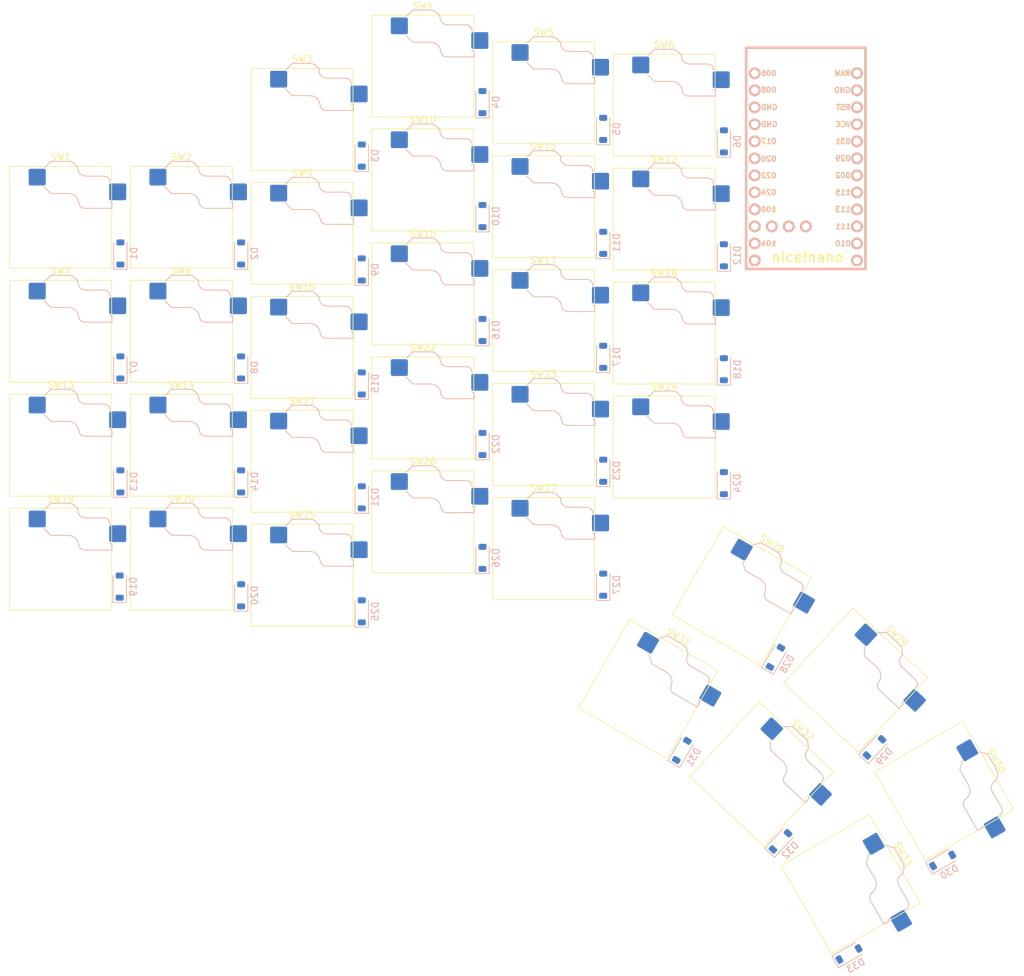
<source format=kicad_pcb>
(kicad_pcb (version 20241229) (generator "pcbnew") (generator_version "9.0")
  (layers (0 "F.Cu" signal) (2 "B.Cu" signal) (13 "F.Paste" user) (15 "B.Paste" user) (5 "F.SilkS" user "F.Silkscreen") (7 "B.SilkS" user "B.Silkscreen") (1 "F.Mask" user) (3 "B.Mask" user) (25 "Edge.Cuts" user))
  (net 0 "")
  (net 1 "ROW1")
  (net 2 "Net-(D1-A)")
  (net 3 "Net-(D2-A)")
  (net 4 "Net-(D3-A)")
  (net 5 "Net-(D4-A)")
  (net 6 "Net-(D5-A)")
  (net 7 "Net-(D6-A)")
  (net 8 "Net-(D7-A)")
  (net 9 "ROW2")
  (net 10 "Net-(D8-A)")
  (net 11 "Net-(D9-A)")
  (net 12 "Net-(D10-A)")
  (net 13 "Net-(D11-A)")
  (net 14 "Net-(D12-A)")
  (net 15 "Net-(D13-A)")
  (net 16 "ROW3")
  (net 17 "Net-(D14-A)")
  (net 18 "Net-(D15-A)")
  (net 19 "Net-(D16-A)")
  (net 20 "Net-(D17-A)")
  (net 21 "Net-(D18-A)")
  (net 22 "ROW4")
  (net 23 "Net-(D19-A)")
  (net 24 "Net-(D20-A)")
  (net 25 "Net-(D21-A)")
  (net 26 "Net-(D22-A)")
  (net 27 "Net-(D23-A)")
  (net 28 "Net-(D24-A)")
  (net 29 "ROW5")
  (net 30 "Net-(D25-A)")
  (net 31 "Net-(D26-A)")
  (net 32 "Net-(D27-A)")
  (net 33 "Net-(D28-A)")
  (net 34 "Net-(D29-A)")
  (net 35 "Net-(D30-A)")
  (net 36 "Net-(D31-A)")
  (net 37 "Net-(D32-A)")
  (net 38 "Net-(D33-A)")
  (net 39 "TROW1")
  (net 40 "TROW2")
  (net 41 "COL1")
  (net 42 "COL2")
  (net 43 "COL3")
  (net 44 "COL4")
  (net 45 "COL5")
  (net 46 "COL6")
  (footprint "Scotto Hotswap:Hotswap_Choc_V1V2_1.00u" (layer "F.Cu") (at 148.58525 116.010025 -30)
    (property "Reference" "SW28" (at 0.000001 -8.999998 150) (layer "F.SilkS"))
    (property "Value" "SW_Push")
    (pad "" np_thru_hole circle (at -5.499999 0 330) (size 1.9 1.9) (drill 1.9) (layers "*.Cu" "*.Mask"))
    (pad "" np_thru_hole circle (at -5.000001 5.150001 330) (size 1.6 1.6) (drill 1.6) (layers "*.Cu" "*.Mask"))
    (pad "" np_thru_hole circle (at -0.000001 -5.9 330) (size 3.05 3.05) (drill 3.05) (layers "*.Cu" "*.Mask"))
    (pad "" np_thru_hole circle (at 0 0 330) (size 5.05 5.05) (drill 5.05) (layers "*.Cu" "*.Mask"))
    (pad "" np_thru_hole circle (at 5 -3.799997 330) (size 3.05 3.05) (drill 3.05) (layers "*.Cu" "*.Mask"))
    (pad "" np_thru_hole circle (at 5.499999 0 330) (size 1.9 1.9) (drill 1.9) (layers "*.Cu" "*.Mask"))
    (pad "1" smd roundrect (at -3.5 -6 330) (size 2.55 2.5) (layers "B.Cu" "B.Mask" "B.Paste") (roundrect_rratio 0.1) (net 43 "COL3"))
    (pad "2" smd roundrect (at 8.5 -3.8 330) (size 2.55 2.5) (layers "B.Cu" "B.Mask" "B.Paste") (roundrect_rratio 0.1) (net 33 "Net-(D28-A)"))
  )
  (footprint "Scotto Hotswap:Hotswap_Choc_V1V2_1.00u" (layer "F.Cu") (at 165.54105 128.538425 -43)
    (property "Reference" "SW29" (at 0.000001 -8.999999 137) (layer "F.SilkS"))
    (property "Value" "SW_Push")
    (pad "" np_thru_hole circle (at -5.499999 0 317) (size 1.9 1.9) (drill 1.9) (layers "*.Cu" "*.Mask"))
    (pad "" np_thru_hole circle (at -5 5.15 317) (size 1.6 1.6) (drill 1.6) (layers "*.Cu" "*.Mask"))
    (pad "" np_thru_hole circle (at 0 -5.9 317) (size 3.05 3.05) (drill 3.05) (layers "*.Cu" "*.Mask"))
    (pad "" np_thru_hole circle (at 0 0 317) (size 5.05 5.05) (drill 5.05) (layers "*.Cu" "*.Mask"))
    (pad "" np_thru_hole circle (at 5.000001 -3.799999 317) (size 3.05 3.05) (drill 3.05) (layers "*.Cu" "*.Mask"))
    (pad "" np_thru_hole circle (at 5.499999 0 317) (size 1.9 1.9) (drill 1.9) (layers "*.Cu" "*.Mask"))
    (pad "1" smd roundrect (at -3.499998 -5.999999 317) (size 2.55 2.5) (layers "B.Cu" "B.Mask" "B.Paste") (roundrect_rratio 0.1) (net 44 "COL4"))
    (pad "2" smd roundrect (at 8.500001 -3.8 317) (size 2.55 2.5) (layers "B.Cu" "B.Mask" "B.Paste") (roundrect_rratio 0.1) (net 34 "Net-(D29-A)"))
  )
  (footprint "Scotto Hotswap:Hotswap_Choc_V1V2_1.00u" (layer "F.Cu") (at 119 57.8906)
    (property "Reference" "SW11" (at 0 -9 0) (layer "F.SilkS"))
    (property "Value" "SW_Push")
    (pad "" np_thru_hole circle (at -5.5 0) (size 1.9 1.9) (drill 1.9) (layers "*.Cu" "*.Mask"))
    (pad "" np_thru_hole circle (at -5 5.15) (size 1.6 1.6) (drill 1.6) (layers "*.Cu" "*.Mask"))
    (pad "" np_thru_hole circle (at 0 -5.9) (size 3.05 3.05) (drill 3.05) (layers "*.Cu" "*.Mask"))
    (pad "" np_thru_hole circle (at 0 0) (size 5.05 5.05) (drill 5.05) (layers "*.Cu" "*.Mask"))
    (pad "" np_thru_hole circle (at 5 -3.8) (size 3.05 3.05) (drill 3.05) (layers "*.Cu" "*.Mask"))
    (pad "" np_thru_hole circle (at 5.5 0) (size 1.9 1.9) (drill 1.9) (layers "*.Cu" "*.Mask"))
    (pad "1" smd roundrect (at -3.5 -6) (size 2.55 2.5) (layers "B.Cu" "B.Mask" "B.Paste") (roundrect_rratio 0.1) (net 45 "COL5"))
    (pad "2" smd roundrect (at 8.5 -3.8) (size 2.55 2.5) (layers "B.Cu" "B.Mask" "B.Paste") (roundrect_rratio 0.1) (net 13 "Net-(D11-A)"))
  )
  (footprint "Scotto Hotswap:Hotswap_Choc_V1V2_1.00u" (layer "F.Cu") (at 47 59.4844)
    (property "Reference" "SW1" (at 0 -9 0) (layer "F.SilkS"))
    (property "Value" "SW_Push")
    (pad "" np_thru_hole circle (at -5.5 0) (size 1.9 1.9) (drill 1.9) (layers "*.Cu" "*.Mask"))
    (pad "" np_thru_hole circle (at -5 5.15) (size 1.6 1.6) (drill 1.6) (layers "*.Cu" "*.Mask"))
    (pad "" np_thru_hole circle (at 0 -5.9) (size 3.05 3.05) (drill 3.05) (layers "*.Cu" "*.Mask"))
    (pad "" np_thru_hole circle (at 0 0) (size 5.05 5.05) (drill 5.05) (layers "*.Cu" "*.Mask"))
    (pad "" np_thru_hole circle (at 5 -3.8) (size 3.05 3.05) (drill 3.05) (layers "*.Cu" "*.Mask"))
    (pad "" np_thru_hole circle (at 5.5 0) (size 1.9 1.9) (drill 1.9) (layers "*.Cu" "*.Mask"))
    (pad "1" smd roundrect (at -3.5 -6) (size 2.55 2.5) (layers "B.Cu" "B.Mask" "B.Paste") (roundrect_rratio 0.1) (net 41 "COL1"))
    (pad "2" smd roundrect (at 8.5 -3.8) (size 2.55 2.5) (layers "B.Cu" "B.Mask" "B.Paste") (roundrect_rratio 0.1) (net 2 "Net-(D1-A)"))
  )
  (footprint "Scotto Hotswap:Hotswap_Choc_V1V2_1.00u" (layer "F.Cu") (at 65 110.4844)
    (property "Reference" "SW20" (at 0 -9 0) (layer "F.SilkS"))
    (property "Value" "SW_Push")
    (pad "" np_thru_hole circle (at -5.5 0) (size 1.9 1.9) (drill 1.9) (layers "*.Cu" "*.Mask"))
    (pad "" np_thru_hole circle (at -5 5.15) (size 1.6 1.6) (drill 1.6) (layers "*.Cu" "*.Mask"))
    (pad "" np_thru_hole circle (at 0 -5.9) (size 3.05 3.05) (drill 3.05) (layers "*.Cu" "*.Mask"))
    (pad "" np_thru_hole circle (at 0 0) (size 5.05 5.05) (drill 5.05) (layers "*.Cu" "*.Mask"))
    (pad "" np_thru_hole circle (at 5 -3.8) (size 3.05 3.05) (drill 3.05) (layers "*.Cu" "*.Mask"))
    (pad "" np_thru_hole circle (at 5.5 0) (size 1.9 1.9) (drill 1.9) (layers "*.Cu" "*.Mask"))
    (pad "1" smd roundrect (at -3.5 -6) (size 2.55 2.5) (layers "B.Cu" "B.Mask" "B.Paste") (roundrect_rratio 0.1) (net 42 "COL2"))
    (pad "2" smd roundrect (at 8.5 -3.8) (size 2.55 2.5) (layers "B.Cu" "B.Mask" "B.Paste") (roundrect_rratio 0.1) (net 24 "Net-(D20-A)"))
  )
  (footprint "Scotto Hotswap:Hotswap_Choc_V1V2_1.00u" (layer "F.Cu") (at 137 59.75)
    (property "Reference" "SW12" (at 0 -9 0) (layer "F.SilkS"))
    (property "Value" "SW_Push")
    (pad "" np_thru_hole circle (at -5.5 0) (size 1.9 1.9) (drill 1.9) (layers "*.Cu" "*.Mask"))
    (pad "" np_thru_hole circle (at -5 5.15) (size 1.6 1.6) (drill 1.6) (layers "*.Cu" "*.Mask"))
    (pad "" np_thru_hole circle (at 0 -5.9) (size 3.05 3.05) (drill 3.05) (layers "*.Cu" "*.Mask"))
    (pad "" np_thru_hole circle (at 0 0) (size 5.05 5.05) (drill 5.05) (layers "*.Cu" "*.Mask"))
    (pad "" np_thru_hole circle (at 5 -3.8) (size 3.05 3.05) (drill 3.05) (layers "*.Cu" "*.Mask"))
    (pad "" np_thru_hole circle (at 5.5 0) (size 1.9 1.9) (drill 1.9) (layers "*.Cu" "*.Mask"))
    (pad "1" smd roundrect (at -3.5 -6) (size 2.55 2.5) (layers "B.Cu" "B.Mask" "B.Paste") (roundrect_rratio 0.1) (net 46 "COL6"))
    (pad "2" smd roundrect (at 8.5 -3.8) (size 2.55 2.5) (layers "B.Cu" "B.Mask" "B.Paste") (roundrect_rratio 0.1) (net 14 "Net-(D12-A)"))
  )
  (footprint "Scotto Hotswap:Hotswap_Choc_V1V2_1.00u" (layer "F.Cu") (at 119 74.8906)
    (property "Reference" "SW17" (at 0 -9 0) (layer "F.SilkS"))
    (property "Value" "SW_Push")
    (pad "" np_thru_hole circle (at -5.5 0) (size 1.9 1.9) (drill 1.9) (layers "*.Cu" "*.Mask"))
    (pad "" np_thru_hole circle (at -5 5.15) (size 1.6 1.6) (drill 1.6) (layers "*.Cu" "*.Mask"))
    (pad "" np_thru_hole circle (at 0 -5.9) (size 3.05 3.05) (drill 3.05) (layers "*.Cu" "*.Mask"))
    (pad "" np_thru_hole circle (at 0 0) (size 5.05 5.05) (drill 5.05) (layers "*.Cu" "*.Mask"))
    (pad "" np_thru_hole circle (at 5 -3.8) (size 3.05 3.05) (drill 3.05) (layers "*.Cu" "*.Mask"))
    (pad "" np_thru_hole circle (at 5.5 0) (size 1.9 1.9) (drill 1.9) (layers "*.Cu" "*.Mask"))
    (pad "1" smd roundrect (at -3.5 -6) (size 2.55 2.5) (layers "B.Cu" "B.Mask" "B.Paste") (roundrect_rratio 0.1) (net 45 "COL5"))
    (pad "2" smd roundrect (at 8.5 -3.8) (size 2.55 2.5) (layers "B.Cu" "B.Mask" "B.Paste") (roundrect_rratio 0.1) (net 20 "Net-(D17-A)"))
  )
  (footprint "Scotto Hotswap:Hotswap_Choc_V1V2_1.00u" (layer "F.Cu") (at 65 59.4844)
    (property "Reference" "SW2" (at 0 -9 0) (layer "F.SilkS"))
    (property "Value" "SW_Push")
    (pad "" np_thru_hole circle (at -5.5 0) (size 1.9 1.9) (drill 1.9) (layers "*.Cu" "*.Mask"))
    (pad "" np_thru_hole circle (at -5 5.15) (size 1.6 1.6) (drill 1.6) (layers "*.Cu" "*.Mask"))
    (pad "" np_thru_hole circle (at 0 -5.9) (size 3.05 3.05) (drill 3.05) (layers "*.Cu" "*.Mask"))
    (pad "" np_thru_hole circle (at 0 0) (size 5.05 5.05) (drill 5.05) (layers "*.Cu" "*.Mask"))
    (pad "" np_thru_hole circle (at 5 -3.8) (size 3.05 3.05) (drill 3.05) (layers "*.Cu" "*.Mask"))
    (pad "" np_thru_hole circle (at 5.5 0) (size 1.9 1.9) (drill 1.9) (layers "*.Cu" "*.Mask"))
    (pad "1" smd roundrect (at -3.5 -6) (size 2.55 2.5) (layers "B.Cu" "B.Mask" "B.Paste") (roundrect_rratio 0.1) (net 42 "COL2"))
    (pad "2" smd roundrect (at 8.5 -3.8) (size 2.55 2.5) (layers "B.Cu" "B.Mask" "B.Paste") (roundrect_rratio 0.1) (net 3 "Net-(D2-A)"))
  )
  (footprint "Scotto Hotswap:Hotswap_Choc_V1V2_1.00u" (layer "F.Cu") (at 47 93.4844)
    (property "Reference" "SW13" (at 0 -9 0) (layer "F.SilkS"))
    (property "Value" "SW_Push")
    (pad "" np_thru_hole circle (at -5.5 0) (size 1.9 1.9) (drill 1.9) (layers "*.Cu" "*.Mask"))
    (pad "" np_thru_hole circle (at -5 5.15) (size 1.6 1.6) (drill 1.6) (layers "*.Cu" "*.Mask"))
    (pad "" np_thru_hole circle (at 0 -5.9) (size 3.05 3.05) (drill 3.05) (layers "*.Cu" "*.Mask"))
    (pad "" np_thru_hole circle (at 0 0) (size 5.05 5.05) (drill 5.05) (layers "*.Cu" "*.Mask"))
    (pad "" np_thru_hole circle (at 5 -3.8) (size 3.05 3.05) (drill 3.05) (layers "*.Cu" "*.Mask"))
    (pad "" np_thru_hole circle (at 5.5 0) (size 1.9 1.9) (drill 1.9) (layers "*.Cu" "*.Mask"))
    (pad "1" smd roundrect (at -3.5 -6) (size 2.55 2.5) (layers "B.Cu" "B.Mask" "B.Paste") (roundrect_rratio 0.1) (net 41 "COL1"))
    (pad "2" smd roundrect (at 8.5 -3.8) (size 2.55 2.5) (layers "B.Cu" "B.Mask" "B.Paste") (roundrect_rratio 0.1) (net 15 "Net-(D13-A)"))
  )
  (footprint "Scotto Hotswap:Hotswap_Choc_V1V2_1.00u" (layer "F.Cu") (at 47 76.4844)
    (property "Reference" "SW7" (at 0 -9 0) (layer "F.SilkS"))
    (property "Value" "SW_Push")
    (pad "" np_thru_hole circle (at -5.5 0) (size 1.9 1.9) (drill 1.9) (layers "*.Cu" "*.Mask"))
    (pad "" np_thru_hole circle (at -5 5.15) (size 1.6 1.6) (drill 1.6) (layers "*.Cu" "*.Mask"))
    (pad "" np_thru_hole circle (at 0 -5.9) (size 3.05 3.05) (drill 3.05) (layers "*.Cu" "*.Mask"))
    (pad "" np_thru_hole circle (at 0 0) (size 5.05 5.05) (drill 5.05) (layers "*.Cu" "*.Mask"))
    (pad "" np_thru_hole circle (at 5 -3.8) (size 3.05 3.05) (drill 3.05) (layers "*.Cu" "*.Mask"))
    (pad "" np_thru_hole circle (at 5.5 0) (size 1.9 1.9) (drill 1.9) (layers "*.Cu" "*.Mask"))
    (pad "1" smd roundrect (at -3.5 -6) (size 2.55 2.5) (layers "B.Cu" "B.Mask" "B.Paste") (roundrect_rratio 0.1) (net 41 "COL1"))
    (pad "2" smd roundrect (at 8.5 -3.8) (size 2.55 2.5) (layers "B.Cu" "B.Mask" "B.Paste") (roundrect_rratio 0.1) (net 8 "Net-(D7-A)"))
  )
  (footprint "Scotto Hotswap:Hotswap_Choc_V1V2_1.00u" (layer "F.Cu") (at 101 70.9062)
    (property "Reference" "SW16" (at 0 -9 0) (layer "F.SilkS"))
    (property "Value" "SW_Push")
    (pad "" np_thru_hole circle (at -5.5 0) (size 1.9 1.9) (drill 1.9) (layers "*.Cu" "*.Mask"))
    (pad "" np_thru_hole circle (at -5 5.15) (size 1.6 1.6) (drill 1.6) (layers "*.Cu" "*.Mask"))
    (pad "" np_thru_hole circle (at 0 -5.9) (size 3.05 3.05) (drill 3.05) (layers "*.Cu" "*.Mask"))
    (pad "" np_thru_hole circle (at 0 0) (size 5.05 5.05) (drill 5.05) (layers "*.Cu" "*.Mask"))
    (pad "" np_thru_hole circle (at 5 -3.8) (size 3.05 3.05) (drill 3.05) (layers "*.Cu" "*.Mask"))
    (pad "" np_thru_hole circle (at 5.5 0) (size 1.9 1.9) (drill 1.9) (layers "*.Cu" "*.Mask"))
    (pad "1" smd roundrect (at -3.5 -6) (size 2.55 2.5) (layers "B.Cu" "B.Mask" "B.Paste") (roundrect_rratio 0.1) (net 44 "COL4"))
    (pad "2" smd roundrect (at 8.5 -3.8) (size 2.55 2.5) (layers "B.Cu" "B.Mask" "B.Paste") (roundrect_rratio 0.1) (net 19 "Net-(D16-A)"))
  )
  (footprint "Scotto Hotswap:Hotswap_Choc_V1V2_1.00u" (layer "F.Cu") (at 101 36.9062)
    (property "Reference" "SW4" (at 0 -9 0) (layer "F.SilkS"))
    (property "Value" "SW_Push")
    (pad "" np_thru_hole circle (at -5.5 0) (size 1.9 1.9) (drill 1.9) (layers "*.Cu" "*.Mask"))
    (pad "" np_thru_hole circle (at -5 5.15) (size 1.6 1.6) (drill 1.6) (layers "*.Cu" "*.Mask"))
    (pad "" np_thru_hole circle (at 0 -5.9) (size 3.05 3.05) (drill 3.05) (layers "*.Cu" "*.Mask"))
    (pad "" np_thru_hole circle (at 0 0) (size 5.05 5.05) (drill 5.05) (layers "*.Cu" "*.Mask"))
    (pad "" np_thru_hole circle (at 5 -3.8) (size 3.05 3.05) (drill 3.05) (layers "*.Cu" "*.Mask"))
    (pad "" np_thru_hole circle (at 5.5 0) (size 1.9 1.9) (drill 1.9) (layers "*.Cu" "*.Mask"))
    (pad "1" smd roundrect (at -3.5 -6) (size 2.55 2.5) (layers "B.Cu" "B.Mask" "B.Paste") (roundrect_rratio 0.1) (net 44 "COL4"))
    (pad "2" smd roundrect (at 8.5 -3.8) (size 2.55 2.5) (layers "B.Cu" "B.Mask" "B.Paste") (roundrect_rratio 0.1) (net 5 "Net-(D4-A)"))
  )
  (footprint "Scotto Hotswap:Hotswap_Choc_V1V2_1.00u" (layer "F.Cu") (at 83 44.875)
    (property "Reference" "SW3" (at 0 -9 0) (layer "F.SilkS"))
    (property "Value" "SW_Push")
    (pad "" np_thru_hole circle (at -5.5 0) (size 1.9 1.9) (drill 1.9) (layers "*.Cu" "*.Mask"))
    (pad "" np_thru_hole circle (at -5 5.15) (size 1.6 1.6) (drill 1.6) (layers "*.Cu" "*.Mask"))
    (pad "" np_thru_hole circle (at 0 -5.9) (size 3.05 3.05) (drill 3.05) (layers "*.Cu" "*.Mask"))
    (pad "" np_thru_hole circle (at 0 0) (size 5.05 5.05) (drill 5.05) (layers "*.Cu" "*.Mask"))
    (pad "" np_thru_hole circle (at 5 -3.8) (size 3.05 3.05) (drill 3.05) (layers "*.Cu" "*.Mask"))
    (pad "" np_thru_hole circle (at 5.5 0) (size 1.9 1.9) (drill 1.9) (layers "*.Cu" "*.Mask"))
    (pad "1" smd roundrect (at -3.5 -6) (size 2.55 2.5) (layers "B.Cu" "B.Mask" "B.Paste") (roundrect_rratio 0.1) (net 43 "COL3"))
    (pad "2" smd roundrect (at 8.5 -3.8) (size 2.55 2.5) (layers "B.Cu" "B.Mask" "B.Paste") (roundrect_rratio 0.1) (net 4 "Net-(D3-A)"))
  )
  (footprint "Scotto Hotswap:Hotswap_Choc_V1V2_1.00u" (layer "F.Cu") (at 83 95.875)
    (property "Reference" "SW21" (at 0 -9 0) (layer "F.SilkS"))
    (property "Value" "SW_Push")
    (pad "" np_thru_hole circle (at -5.5 0) (size 1.9 1.9) (drill 1.9) (layers "*.Cu" "*.Mask"))
    (pad "" np_thru_hole circle (at -5 5.15) (size 1.6 1.6) (drill 1.6) (layers "*.Cu" "*.Mask"))
    (pad "" np_thru_hole circle (at 0 -5.9) (size 3.05 3.05) (drill 3.05) (layers "*.Cu" "*.Mask"))
    (pad "" np_thru_hole circle (at 0 0) (size 5.05 5.05) (drill 5.05) (layers "*.Cu" "*.Mask"))
    (pad "" np_thru_hole circle (at 5 -3.8) (size 3.05 3.05) (drill 3.05) (layers "*.Cu" "*.Mask"))
    (pad "" np_thru_hole circle (at 5.5 0) (size 1.9 1.9) (drill 1.9) (layers "*.Cu" "*.Mask"))
    (pad "1" smd roundrect (at -3.5 -6) (size 2.55 2.5) (layers "B.Cu" "B.Mask" "B.Paste") (roundrect_rratio 0.1) (net 43 "COL3"))
    (pad "2" smd roundrect (at 8.5 -3.8) (size 2.55 2.5) (layers "B.Cu" "B.Mask" "B.Paste") (roundrect_rratio 0.1) (net 25 "Net-(D21-A)"))
  )
  (footprint "Scotto Hotswap:Hotswap_Choc_V1V2_1.00u" (layer "F.Cu") (at 119 40.8906)
    (property "Reference" "SW5" (at 0 -9 0) (layer "F.SilkS"))
    (property "Value" "SW_Push")
    (pad "" np_thru_hole circle (at -5.5 0) (size 1.9 1.9) (drill 1.9) (layers "*.Cu" "*.Mask"))
    (pad "" np_thru_hole circle (at -5 5.15) (size 1.6 1.6) (drill 1.6) (layers "*.Cu" "*.Mask"))
    (pad "" np_thru_hole circle (at 0 -5.9) (size 3.05 3.05) (drill 3.05) (layers "*.Cu" "*.Mask"))
    (pad "" np_thru_hole circle (at 0 0) (size 5.05 5.05) (drill 5.05) (layers "*.Cu" "*.Mask"))
    (pad "" np_thru_hole circle (at 5 -3.8) (size 3.05 3.05) (drill 3.05) (layers "*.Cu" "*.Mask"))
    (pad "" np_thru_hole circle (at 5.5 0) (size 1.9 1.9) (drill 1.9) (layers "*.Cu" "*.Mask"))
    (pad "1" smd roundrect (at -3.5 -6) (size 2.55 2.5) (layers "B.Cu" "B.Mask" "B.Paste") (roundrect_rratio 0.1) (net 45 "COL5"))
    (pad "2" smd roundrect (at 8.5 -3.8) (size 2.55 2.5) (layers "B.Cu" "B.Mask" "B.Paste") (roundrect_rratio 0.1) (net 6 "Net-(D5-A)"))
  )
  (footprint "Scotto Hotswap:Hotswap_Choc_V1V2_1.00u" (layer "F.Cu") (at 164.78635 158.990225 -60)
    (property "Reference" "SW33" (at 0.000001 -9 120) (layer "F.SilkS"))
    (property "Value" "SW_Push")
    (pad "" np_thru_hole circle (at -5.5 0.000001 300) (size 1.9 1.9) (drill 1.9) (layers "*.Cu" "*.Mask"))
    (pad "" np_thru_hole circle (at -5 5.15 300) (size 1.6 1.6) (drill 1.6) (layers "*.Cu" "*.Mask"))
    (pad "" np_thru_hole circle (at 0 -5.899999 300) (size 3.05 3.05) (drill 3.05) (layers "*.Cu" "*.Mask"))
    (pad "" np_thru_hole circle (at 0 0 300) (size 5.05 5.05) (drill 5.05) (layers "*.Cu" "*.Mask"))
    (pad "" np_thru_hole circle (at 5 -3.8 300) (size 3.05 3.05) (drill 3.05) (layers "*.Cu" "*.Mask"))
    (pad "" np_thru_hole circle (at 5.5 -0.000001 300) (size 1.9 1.9) (drill 1.9) (layers "*.Cu" "*.Mask"))
    (pad "1" smd roundrect (at -3.499998 -6.000001 300) (size 2.55 2.5) (layers "B.Cu" "B.Mask" "B.Paste") (roundrect_rratio 0.1) (net 45 "COL5"))
    (pad "2" smd roundrect (at 8.5 -3.8 300) (size 2.55 2.5) (layers "B.Cu" "B.Mask" "B.Paste") (roundrect_rratio 0.1) (net 38 "Net-(D33-A)"))
  )
  (footprint "Scotto Hotswap:Hotswap_Choc_V1V2_1.00u" (layer "F.Cu") (at 83 61.875)
    (property "Reference" "SW9" (at 0 -9 0) (layer "F.SilkS"))
    (property "Value" "SW_Push")
    (pad "" np_thru_hole circle (at -5.5 0) (size 1.9 1.9) (drill 1.9) (layers "*.Cu" "*.Mask"))
    (pad "" np_thru_hole circle (at -5 5.15) (size 1.6 1.6) (drill 1.6) (layers "*.Cu" "*.Mask"))
    (pad "" np_thru_hole circle (at 0 -5.9) (size 3.05 3.05) (drill 3.05) (layers "*.Cu" "*.Mask"))
    (pad "" np_thru_hole circle (at 0 0) (size 5.05 5.05) (drill 5.05) (layers "*.Cu" "*.Mask"))
    (pad "" np_thru_hole circle (at 5 -3.8) (size 3.05 3.05) (drill 3.05) (layers "*.Cu" "*.Mask"))
    (pad "" np_thru_hole circle (at 5.5 0) (size 1.9 1.9) (drill 1.9) (layers "*.Cu" "*.Mask"))
    (pad "1" smd roundrect (at -3.5 -6) (size 2.55 2.5) (layers "B.Cu" "B.Mask" "B.Paste") (roundrect_rratio 0.1) (net 43 "COL3"))
    (pad "2" smd roundrect (at 8.5 -3.8) (size 2.55 2.5) (layers "B.Cu" "B.Mask" "B.Paste") (roundrect_rratio 0.1) (net 11 "Net-(D9-A)"))
  )
  (footprint "Scotto Hotswap:Hotswap_Choc_V1V2_1.00u" (layer "F.Cu") (at 119 91.8906)
    (property "Reference" "SW23" (at 0 -9 0) (layer "F.SilkS"))
    (property "Value" "SW_Push")
    (pad "" np_thru_hole circle (at -5.5 0) (size 1.9 1.9) (drill 1.9) (layers "*.Cu" "*.Mask"))
    (pad "" np_thru_hole circle (at -5 5.15) (size 1.6 1.6) (drill 1.6) (layers "*.Cu" "*.Mask"))
    (pad "" np_thru_hole circle (at 0 -5.9) (size 3.05 3.05) (drill 3.05) (layers "*.Cu" "*.Mask"))
    (pad "" np_thru_hole circle (at 0 0) (size 5.05 5.05) (drill 5.05) (layers "*.Cu" "*.Mask"))
    (pad "" np_thru_hole circle (at 5 -3.8) (size 3.05 3.05) (drill 3.05) (layers "*.Cu" "*.Mask"))
    (pad "" np_thru_hole circle (at 5.5 0) (size 1.9 1.9) (drill 1.9) (layers "*.Cu" "*.Mask"))
    (pad "1" smd roundrect (at -3.5 -6) (size 2.55 2.5) (layers "B.Cu" "B.Mask" "B.Paste") (roundrect_rratio 0.1) (net 45 "COL5"))
    (pad "2" smd roundrect (at 8.5 -3.8) (size 2.55 2.5) (layers "B.Cu" "B.Mask" "B.Paste") (roundrect_rratio 0.1) (net 27 "Net-(D23-A)"))
  )
  (footprint "Scotto Hotswap:Hotswap_Choc_V1V2_1.00u" (layer "F.Cu") (at 65 76.4844)
    (property "Reference" "SW8" (at 0 -9 0) (layer "F.SilkS"))
    (property "Value" "SW_Push")
    (pad "" np_thru_hole circle (at -5.5 0) (size 1.9 1.9) (drill 1.9) (layers "*.Cu" "*.Mask"))
    (pad "" np_thru_hole circle (at -5 5.15) (size 1.6 1.6) (drill 1.6) (layers "*.Cu" "*.Mask"))
    (pad "" np_thru_hole circle (at 0 -5.9) (size 3.05 3.05) (drill 3.05) (layers "*.Cu" "*.Mask"))
    (pad "" np_thru_hole circle (at 0 0) (size 5.05 5.05) (drill 5.05) (layers "*.Cu" "*.Mask"))
    (pad "" np_thru_hole circle (at 5 -3.8) (size 3.05 3.05) (drill 3.05) (layers "*.Cu" "*.Mask"))
    (pad "" np_thru_hole circle (at 5.5 0) (size 1.9 1.9) (drill 1.9) (layers "*.Cu" "*.Mask"))
    (pad "1" smd roundrect (at -3.5 -6) (size 2.55 2.5) (layers "B.Cu" "B.Mask" "B.Paste") (roundrect_rratio 0.1) (net 42 "COL2"))
    (pad "2" smd roundrect (at 8.5 -3.8) (size 2.55 2.5) (layers "B.Cu" "B.Mask" "B.Paste") (roundrect_rratio 0.1) (net 10 "Net-(D8-A)"))
  )
  (footprint "Scotto Hotswap:Hotswap_Choc_V1V2_1.00u" (layer "F.Cu") (at 137 76.75)
    (property "Reference" "SW18" (at 0 -9 0) (layer "F.SilkS"))
    (property "Value" "SW_Push")
    (pad "" np_thru_hole circle (at -5.5 0) (size 1.9 1.9) (drill 1.9) (layers "*.Cu" "*.Mask"))
    (pad "" np_thru_hole circle (at -5 5.15) (size 1.6 1.6) (drill 1.6) (layers "*.Cu" "*.Mask"))
    (pad "" np_thru_hole circle (at 0 -5.9) (size 3.05 3.05) (drill 3.05) (layers "*.Cu" "*.Mask"))
    (pad "" np_thru_hole circle (at 0 0) (size 5.05 5.05) (drill 5.05) (layers "*.Cu" "*.Mask"))
    (pad "" np_thru_hole circle (at 5 -3.8) (size 3.05 3.05) (drill 3.05) (layers "*.Cu" "*.Mask"))
    (pad "" np_thru_hole circle (at 5.5 0) (size 1.9 1.9) (drill 1.9) (layers "*.Cu" "*.Mask"))
    (pad "1" smd roundrect (at -3.5 -6) (size 2.55 2.5) (layers "B.Cu" "B.Mask" "B.Paste") (roundrect_rratio 0.1) (net 46 "COL6"))
    (pad "2" smd roundrect (at 8.5 -3.8) (size 2.55 2.5) (layers "B.Cu" "B.Mask" "B.Paste") (roundrect_rratio 0.1) (net 21 "Net-(D18-A)"))
  )
  (footprint "Scotto Hotswap:Hotswap_Choc_V1V2_1.00u" (layer "F.Cu") (at 151.51415 142.565125 -43)
    (property "Reference" "SW32" (at 0.000001 -8.999999 137) (layer "F.SilkS"))
    (property "Value" "SW_Push")
    (pad "" np_thru_hole circle (at -5.499999 0 317) (size 1.9 1.9) (drill 1.9) (layers "*.Cu" "*.Mask"))
    (pad "" np_thru_hole circle (at -5 5.15 317) (size 1.6 1.6) (drill 1.6) (layers "*.Cu" "*.Mask"))
    (pad "" np_thru_hole circle (at 0 -5.9 317) (size 3.05 3.05) (drill 3.05) (layers "*.Cu" "*.Mask"))
    (pad "" np_thru_hole circle (at 0 0 317) (size 5.05 5.05) (drill 5.05) (layers "*.Cu" "*.Mask"))
    (pad "" np_thru_hole circle (at 5.000002 -3.799999 317) (size 3.05 3.05) (drill 3.05) (layers "*.Cu" "*.Mask"))
    (pad "" np_thru_hole circle (at 5.499999 0 317) (size 1.9 1.9) (drill 1.9) (layers "*.Cu" "*.Mask"))
    (pad "1" smd roundrect (at -3.499998 -5.999999 317) (size 2.55 2.5) (layers "B.Cu" "B.Mask" "B.Paste") (roundrect_rratio 0.1) (net 44 "COL4"))
    (pad "2" smd roundrect (at 8.500001 -3.8 317) (size 2.55 2.5) (layers "B.Cu" "B.Mask" "B.Paste") (roundrect_rratio 0.1) (net 37 "Net-(D32-A)"))
  )
  (footprint "Scotto Hotswap:Hotswap_Choc_V1V2_1.00u" (layer "F.Cu") (at 101 53.9062)
    (property "Reference" "SW10" (at 0 -9 0) (layer "F.SilkS"))
    (property "Value" "SW_Push")
    (pad "" np_thru_hole circle (at -5.5 0) (size 1.9 1.9) (drill 1.9) (layers "*.Cu" "*.Mask"))
    (pad "" np_thru_hole circle (at -5 5.15) (size 1.6 1.6) (drill 1.6) (layers "*.Cu" "*.Mask"))
    (pad "" np_thru_hole circle (at 0 -5.9) (size 3.05 3.05) (drill 3.05) (layers "*.Cu" "*.Mask"))
    (pad "" np_thru_hole circle (at 0 0) (size 5.05 5.05) (drill 5.05) (layers "*.Cu" "*.Mask"))
    (pad "" np_thru_hole circle (at 5 -3.8) (size 3.05 3.05) (drill 3.05) (layers "*.Cu" "*.Mask"))
    (pad "" np_thru_hole circle (at 5.5 0) (size 1.9 1.9) (drill 1.9) (layers "*.Cu" "*.Mask"))
    (pad "1" smd roundrect (at -3.5 -6) (size 2.55 2.5) (layers "B.Cu" "B.Mask" "B.Paste") (roundrect_rratio 0.1) (net 44 "COL4"))
    (pad "2" smd roundrect (at 8.5 -3.8) (size 2.55 2.5) (layers "B.Cu" "B.Mask" "B.Paste") (roundrect_rratio 0.1) (net 12 "Net-(D10-A)"))
  )
  (footprint "nice-nano:nice_nano" (layer "F.Cu") (at 158.12 51.955625 -90)
    (property "Reference" "U2" (hide yes))
    (property "Value" "nice_nano" (hide yes))
    (fp_text user "VCC" (at -6.35 -5.537191 0) (layer "F.SilkS") (effects (font (size 0.8 0.8))))
    (fp_text user "020" (at -1.2 5.53719 0) (layer "F.SilkS") (effects (font (size 0.8 0.8))))
    (fp_text user "104" (at 11.43 5.53719 0) (layer "F.SilkS") (effects (font (size 0.8 0.8))))
    (fp_text user "111" (at 8.89 -5.537191 0) (layer "F.SilkS") (effects (font (size 0.8 0.8))))
    (fp_text user "GND" (at -6.35 5.461 0) (layer "F.SilkS") (effects (font (size 0.8 0.8))))
    (fp_text user "GND" (at -11.43 -5.454667 0) (layer "F.SilkS") (effects (font (size 0.8 0.8))))
    (fp_text user "GND" (at -8.89 5.461 0) (layer "F.SilkS") (effects (font (size 0.8 0.8))))
    (fp_text user "022" (at 1.3 5.53719 0) (layer "F.SilkS") (effects (font (size 0.8 0.8))))
    (fp_text user "006" (at -13.97 5.53719 0) (layer "F.SilkS") (effects (font (size 0.8 0.8))))
    (fp_text user "008" (at -11.5 5.53719 0) (layer "F.SilkS") (effects (font (size 0.8 0.8))))
    (fp_text user "031" (at -3.81 -5.537191 0) (layer "F.SilkS") (effects (font (size 0.8 0.8))))
    (fp_text user "100" (at 6.35 5.53719 0) (layer "F.SilkS") (effects (font (size 0.8 0.8))))
    (fp_text user "113" (at 6.35 -5.537191 0) (layer "F.SilkS") (effects (font (size 0.8 0.8))))
    (fp_text user "002" (at 1.27 -5.537191 0) (layer "F.SilkS") (effects (font (size 0.8 0.8))))
    (fp_text user "029" (at -1.27 -5.537191 0) (layer "F.SilkS") (effects (font (size 0.8 0.8))))
    (fp_text user "017" (at -3.8 5.53719 0) (layer "F.SilkS") (effects (font (size 0.8 0.8))))
    (fp_text user "115" (at 3.81 -5.537191 0) (layer "F.SilkS") (effects (font (size 0.8 0.8))))
    (fp_text user "nice!nano" (at 13.462 -0.254 0) (layer "F.SilkS") (effects (font (size 1.5 1.5) (thickness 0.3))))
    (fp_text user "RST" (at -8.89 -5.588 0) (layer "F.SilkS") (effects (font (size 0.8 0.8))))
    (fp_text user "010" (at 11.43 -5.537191 0) (layer "F.SilkS") (effects (font (size 0.8 0.8))))
    (fp_text user "024" (at 3.81 5.53719 0) (layer "F.SilkS") (effects (font (size 0.8 0.8))))
    (fp_text user "RAW" (at -13.97 -5.473715 0) (layer "F.SilkS") (effects (font (size 0.8 0.8))))
    (fp_text user "GND" (at -8.89 5.461 0) (layer "B.SilkS") (effects (font (size 0.8 0.8)) (justify mirror)))
    (fp_text user "115" (at 3.81 -5.537191 0) (layer "B.SilkS") (effects (font (size 0.8 0.8)) (justify mirror)))
    (fp_text user "029" (at -1.27 -5.537191 0) (layer "B.SilkS") (effects (font (size 0.8 0.8)) (justify mirror)))
    (fp_text user "010" (at 11.43 -5.537191 0) (layer "B.SilkS") (effects (font (size 0.8 0.8)) (justify mirror)))
    (fp_text user "GND" (at -11.43 -5.454667 0) (layer "B.SilkS") (effects (font (size 0.8 0.8)) (justify mirror)))
    (fp_text user "024" (at 3.8 5.53719 0) (layer "B.SilkS") (effects (font (size 0.8 0.8)) (justify mirror)))
    (fp_text user "RST" (at -8.89 -5.588 0) (layer "B.SilkS") (effects (font (size 0.8 0.8)) (justify mirror)))
    (fp_text user "022" (at 1.3 5.53719 0) (layer "B.SilkS") (effects (font (size 0.8 0.8)) (justify mirror)))
    (fp_text user "031" (at -3.81 -5.537191 0) (layer "B.SilkS") (effects (font (size 0.8 0.8)) (justify mirror)))
    (fp_text user "RAW" (at -13.97 -5.473715 0) (layer "B.SilkS") (effects (font (size 0.8 0.8)) (justify mirror)))
    (fp_text user "VCC" (at -6.35 -5.537191 0) (layer "B.SilkS") (effects (font (size 0.8 0.8)) (justify mirror)))
    (fp_text user "002" (at 1.27 -5.537191 0) (layer "B.SilkS") (effects (font (size 0.8 0.8)) (justify mirror)))
    (fp_text user "113" (at 6.35 -5.537191 0) (layer "B.SilkS") (effects (font (size 0.8 0.8)) (justify mirror)))
    (fp_text user "GND" (at -6.35 5.461 0) (layer "B.SilkS") (effects (font (size 0.8 0.8)) (justify mirror)))
    (fp_text user "104" (at 11.43 5.53719 0) (layer "B.SilkS") (effects (font (size 0.8 0.8)) (justify mirror)))
    (fp_text user "020" (at -1.2 5.53719 0) (layer "B.SilkS") (effects (font (size 0.8 0.8)) (justify mirror)))
    (fp_text user "008" (at -11.5 5.53719 0) (layer "B.SilkS") (effects (font (size 0.8 0.8)) (justify mirror)))
    (fp_text user "111" (at 8.89 -5.537191 0) (layer "B.SilkS") (effects (font (size 0.8 0.8)) (justify mirror)))
    (fp_text user "006" (at -13.97 5.53719 0) (layer "B.SilkS") (effects (font (size 0.8 0.8)) (justify mirror)))
    (fp_text user "100" (at 6.35 5.53719 0) (layer "B.SilkS") (effects (font (size 0.8 0.8)) (justify mirror)))
    (fp_text user "017" (at -3.81 5.53719 0) (layer "B.SilkS") (effects (font (size 0.8 0.8)) (justify mirror)))
    (pad "1" thru_hole circle (at -13.97 7.62 270) (size 1.7526 1.7526) (drill 1.0922) (layers "*.Cu" "*.SilkS" "*.Mask") (net 41 "COL1"))
    (pad "2" thru_hole circle (at -11.43 7.62 270) (size 1.7526 1.7526) (drill 1.0922) (layers "*.Cu" "*.SilkS" "*.Mask"))
    (pad "3" thru_hole circle (at -8.89 7.62 270) (size 1.7526 1.7526) (drill 1.0922) (layers "*.Cu" "*.SilkS" "*.Mask"))
    (pad "4" thru_hole circle (at -6.35 7.62 270) (size 1.7526 1.7526) (drill 1.0922) (layers "*.Cu" "*.SilkS" "*.Mask"))
    (pad "5" thru_hole circle (at -3.81 7.62 270) (size 1.7526 1.7526) (drill 1.0922) (layers "*.Cu" "*.SilkS" "*.Mask") (net 42 "COL2"))
    (pad "6" thru_hole circle (at -1.27 7.62 270) (size 1.7526 1.7526) (drill 1.0922) (layers "*.Cu" "*.SilkS" "*.Mask") (net 43 "COL3"))
    (pad "7" thru_hole circle (at 1.27 7.62 270) (size 1.7526 1.7526) (drill 1.0922) (layers "*.Cu" "*.SilkS" "*.Mask") (net 44 "COL4"))
    (pad "8" thru_hole circle (at 3.81 7.62 270) (size 1.7526 1.7526) (drill 1.0922) (layers "*.Cu" "*.SilkS" "*.Mask") (net 45 "COL5"))
    (pad "9" thru_hole circle (at 6.35 7.62 270) (size 1.7526 1.7526) (drill 1.0922) (layers "*.Cu" "*.SilkS" "*.Mask") (net 46 "COL6"))
    (pad "10" thru_hole circle (at 8.89 7.62 270) (size 1.7526 1.7526) (drill 1.0922) (layers "*.Cu" "*.SilkS" "*.Mask") (net 1 "ROW1"))
    (pad "11" thru_hole circle (at 11.43 7.62 270) (size 1.7526 1.7526) (drill 1.0922) (layers "*.Cu" "*.SilkS" "*.Mask") (net 9 "ROW2"))
    (pad "12" thru_hole circle (at 13.97 7.62 270) (size 1.7526 1.7526) (drill 1.0922) (layers "*.Cu" "*.SilkS" "*.Mask") (net 16 "ROW3"))
    (pad "13" thru_hole circle (at 13.97 -7.62 270) (size 1.7526 1.7526) (drill 1.0922) (layers "*.Cu" "*.SilkS" "*.Mask"))
    (pad "14" thru_hole circle (at 11.43 -7.62 270) (size 1.7526 1.7526) (drill 1.0922) (layers "*.Cu" "*.SilkS" "*.Mask"))
    (pad "15" thru_hole circle (at 8.89 -7.62 270) (size 1.7526 1.7526) (drill 1.0922) (layers "*.Cu" "*.SilkS" "*.Mask") (net 40 "TROW2"))
    (pad "16" thru_hole circle (at 6.35 -7.62 270) (size 1.7526 1.7526) (drill 1.0922) (layers "*.Cu" "*.SilkS" "*.Mask"))
    (pad "17" thru_hole circle (at 3.81 -7.62 270) (size 1.7526 1.7526) (drill 1.0922) (layers "*.Cu" "*.SilkS" "*.Mask"))
    (pad "18" thru_hole circle (at 1.27 -7.62 270) (size 1.7526 1.7526) (drill 1.0922) (layers "*.Cu" "*.SilkS" "*.Mask"))
    (pad "19" thru_hole circle (at -1.27 -7.62 270) (size 1.7526 1.7526) (drill 1.0922) (layers "*.Cu" "*.SilkS" "*.Mask"))
    (pad "20" thru_hole circle (at -3.81 -7.62 270) (size 1.7526 1.7526) (drill 1.0922) (layers "*.Cu" "*.SilkS" "*.Mask"))
    (pad "21" thru_hole circle (at -6.35 -7.62 270) (size 1.7526 1.7526) (drill 1.0922) (layers "*.Cu" "*.SilkS" "*.Mask"))
    (pad "22" thru_hole circle (at -8.89 -7.62 270) (size 1.7526 1.7526) (drill 1.0922) (layers "*.Cu" "*.SilkS" "*.Mask"))
    (pad "23" thru_hole circle (at -11.43 -7.62 270) (size 1.7526 1.7526) (drill 1.0922) (layers "*.Cu" "*.SilkS" "*.Mask"))
    (pad "24" thru_hole circle (at -13.97 -7.62 270) (size 1.7526 1.7526) (drill 1.0922) (layers "*.Cu" "*.SilkS" "*.Mask"))
    (pad "31" thru_hole circle (at 8.89 5.08 270) (size 1.7526 1.7526) (drill 1.0922) (layers "*.Cu" "*.SilkS" "*.Mask") (net 22 "ROW4"))
    (pad "32" thru_hole circle (at 8.89 2.54 270) (size 1.7526 1.7526) (drill 1.0922) (layers "*.Cu" "*.SilkS" "*.Mask") (net 29 "ROW5"))
    (pad "33" thru_hole circle (at 8.89 0 270) (size 1.7526 1.7526) (drill 1.0922) (layers "*.Cu" "*.SilkS" "*.Mask") (net 39 "TROW1"))
  )
  (footprint "Scotto Hotswap:Hotswap_Choc_V1V2_1.00u" (layer "F.Cu") (at 47 110.4844)
    (property "Reference" "SW19" (at 0 -9 0) (layer "F.SilkS"))
    (property "Value" "SW_Push")
    (pad "" np_thru_hole circle (at -5.5 0) (size 1.9 1.9) (drill 1.9) (layers "*.Cu" "*.Mask"))
    (pad "" np_thru_hole circle (at -5 5.15) (size 1.6 1.6) (drill 1.6) (layers "*.Cu" "*.Mask"))
    (pad "" np_thru_hole circle (at 0 -5.9) (size 3.05 3.05) (drill 3.05) (layers "*.Cu" "*.Mask"))
    (pad "" np_thru_hole circle (at 0 0) (size 5.05 5.05) (drill 5.05) (layers "*.Cu" "*.Mask"))
    (pad "" np_thru_hole circle (at 5 -3.8) (size 3.05 3.05) (drill 3.05) (layers "*.Cu" "*.Mask"))
    (pad "" np_thru_hole circle (at 5.5 0) (size 1.9 1.9) (drill 1.9) (layers "*.Cu" "*.Mask"))
    (pad "1" smd roundrect (at -3.5 -6) (size 2.55 2.5) (layers "B.Cu" "B.Mask" "B.Paste") (roundrect_rratio 0.1) (net 41 "COL1"))
    (pad "2" smd roundrect (at 8.5 -3.8) (size 2.55 2.5) (layers "B.Cu" "B.Mask" "B.Paste") (roundrect_rratio 0.1) (net 23 "Net-(D19-A)"))
  )
  (footprint "Scotto Hotswap:Hotswap_Choc_V1V2_1.00u" (layer "F.Cu") (at 101 87.9062)
    (property "Reference" "SW22" (at 0 -9 0) (layer "F.SilkS"))
    (property "Value" "SW_Push")
    (pad "" np_thru_hole circle (at -5.5 0) (size 1.9 1.9) (drill 1.9) (layers "*.Cu" "*.Mask"))
    (pad "" np_thru_hole circle (at -5 5.15) (size 1.6 1.6) (drill 1.6) (layers "*.Cu" "*.Mask"))
    (pad "" np_thru_hole circle (at 0 -5.9) (size 3.05 3.05) (drill 3.05) (layers "*.Cu" "*.Mask"))
    (pad "" np_thru_hole circle (at 0 0) (size 5.05 5.05) (drill 5.05) (layers "*.Cu" "*.Mask"))
    (pad "" np_thru_hole circle (at 5 -3.8) (size 3.05 3.05) (drill 3.05) (layers "*.Cu" "*.Mask"))
    (pad "" np_thru_hole circle (at 5.5 0) (size 1.9 1.9) (drill 1.9) (layers "*.Cu" "*.Mask"))
    (pad "1" smd roundrect (at -3.5 -6) (size 2.55 2.5) (layers "B.Cu" "B.Mask" "B.Paste") (roundrect_rratio 0.1) (net 44 "COL4"))
    (pad "2" smd roundrect (at 8.5 -3.8) (size 2.55 2.5) (layers "B.Cu" "B.Mask" "B.Paste") (roundrect_rratio 0.1) (net 26 "Net-(D22-A)"))
  )
  (footprint "Scotto Hotswap:Hotswap_Choc_V1V2_1.00u" (layer "F.Cu") (at 119 108.8906)
    (property "Reference" "SW27" (at 0 -9 0) (layer "F.SilkS"))
    (property "Value" "SW_Push")
    (pad "" np_thru_hole circle (at -5.5 0) (size 1.9 1.9) (drill 1.9) (layers "*.Cu" "*.Mask"))
    (pad "" np_thru_hole circle (at -5 5.15) (size 1.6 1.6) (drill 1.6) (layers "*.Cu" "*.Mask"))
    (pad "" np_thru_hole circle (at 0 -5.9) (size 3.05 3.05) (drill 3.05) (layers "*.Cu" "*.Mask"))
    (pad "" np_thru_hole circle (at 0 0) (size 5.05 5.05) (drill 5.05) (layers "*.Cu" "*.Mask"))
    (pad "" np_thru_hole circle (at 5 -3.8) (size 3.05 3.05) (drill 3.05) (layers "*.Cu" "*.Mask"))
    (pad "" np_thru_hole circle (at 5.5 0) (size 1.9 1.9) (drill 1.9) (layers "*.Cu" "*.Mask"))
    (pad "1" smd roundrect (at -3.5 -6) (size 2.55 2.5) (layers "B.Cu" "B.Mask" "B.Paste") (roundrect_rratio 0.1) (net 45 "COL5"))
    (pad "2" smd roundrect (at 8.5 -3.8) (size 2.55 2.5) (layers "B.Cu" "B.Mask" "B.Paste") (roundrect_rratio 0.1) (net 32 "Net-(D27-A)"))
  )
  (footprint "Scotto Hotswap:Hotswap_Choc_V1V2_1.00u" (layer "F.Cu") (at 137 93.75)
    (property "Reference" "SW24" (at 0 -9 0) (layer "F.SilkS"))
    (property "Value" "SW_Push")
    (pad "" np_thru_hole circle (at -5.5 0) (size 1.9 1.9) (drill 1.9) (layers "*.Cu" "*.Mask"))
    (pad "" np_thru_hole circle (at -5 5.15) (size 1.6 1.6) (drill 1.6) (layers "*.Cu" "*.Mask"))
    (pad "" np_thru_hole circle (at 0 -5.9) (size 3.05 3.05) (drill 3.05) (layers "*.Cu" "*.Mask"))
    (pad "" np_thru_hole circle (at 0 0) (size 5.05 5.05) (drill 5.05) (layers "*.Cu" "*.Mask"))
    (pad "" np_thru_hole circle (at 5 -3.8) (size 3.05 3.05) (drill 3.05) (layers "*.Cu" "*.Mask"))
    (pad "" np_thru_hole circle (at 5.5 0) (size 1.9 1.9) (drill 1.9) (layers "*.Cu" "*.Mask"))
    (pad "1" smd roundrect (at -3.5 -6) (size 2.55 2.5) (layers "B.Cu" "B.Mask" "B.Paste") (roundrect_rratio 0.1) (net 46 "COL6"))
    (pad "2" smd roundrect (at 8.5 -3.8) (size 2.55 2.5) (layers "B.Cu" "B.Mask" "B.Paste") (roundrect_rratio 0.1) (net 28 "Net-(D24-A)"))
  )
  (footprint "Scotto Hotswap:Hotswap_Choc_V1V2_1.00u" (layer "F.Cu") (at 101 104.9062)
    (property "Reference" "SW26" (at 0 -9 0) (layer "F.SilkS"))
    (property "Value" "SW_Push")
    (pad "" np_thru_hole circle (at -5.5 0) (size 1.9 1.9) (drill 1.9) (layers "*.Cu" "*.Mask"))
    (pad "" np_thru_hole circle (at -5 5.15) (size 1.6 1.6) (drill 1.6) (layers "*.Cu" "*.Mask"))
    (pad "" np_thru_hole circle (at 0 -5.9) (size 3.05 3.05) (drill 3.05) (layers "*.Cu" "*.Mask"))
    (pad "" np_thru_hole circle (at 0 0) (size 5.05 5.05) (drill 5.05) (layers "*.Cu" "*.Mask"))
    (pad "" np_thru_hole circle (at 5 -3.8) (size 3.05 3.05) (drill 3.05) (layers "*.Cu" "*.Mask"))
    (pad "" np_thru_hole circle (at 5.5 0) (size 1.9 1.9) (drill 1.9) (layers "*.Cu" "*.Mask"))
    (pad "1" smd roundrect (at -3.5 -6) (size 2.55 2.5) (layers "B.Cu" "B.Mask" "B.Paste") (roundrect_rratio 0.1) (net 44 "COL4"))
    (pad "2" smd roundrect (at 8.5 -3.8) (size 2.55 2.5) (layers "B.Cu" "B.Mask" "B.Paste") (roundrect_rratio 0.1) (net 31 "Net-(D26-A)"))
  )
  (footprint "Scotto Hotswap:Hotswap_Choc_V1V2_1.00u" (layer "F.Cu") (at 83 78.875)
    (property "Reference" "SW15" (at 0 -9 0) (layer "F.SilkS"))
    (property "Value" "SW_Push")
    (pad "" np_thru_hole circle (at -5.5 0) (size 1.9 1.9) (drill 1.9) (layers "*.Cu" "*.Mask"))
    (pad "" np_thru_hole circle (at -5 5.15) (size 1.6 1.6) (drill 1.6) (layers "*.Cu" "*.Mask"))
    (pad "" np_thru_hole circle (at 0 -5.9) (size 3.05 3.05) (drill 3.05) (layers "*.Cu" "*.Mask"))
    (pad "" np_thru_hole circle (at 0 0) (size 5.05 5.05) (drill 5.05) (layers "*.Cu" "*.Mask"))
    (pad "" np_thru_hole circle (at 5 -3.8) (size 3.05 3.05) (drill 3.05) (layers "*.Cu" "*.Mask"))
    (pad "" np_thru_hole circle (at 5.5 0) (size 1.9 1.9) (drill 1.9) (layers "*.Cu" "*.Mask"))
    (pad "1" smd roundrect (at -3.5 -6) (size 2.55 2.5) (layers "B.Cu" "B.Mask" "B.Paste") (roundrect_rratio 0.1) (net 43 "COL3"))
    (pad "2" smd roundrect (at 8.5 -3.8) (size 2.55 2.5) (layers "B.Cu" "B.Mask" "B.Paste") (roundrect_rratio 0.1) (net 18 "Net-(D15-A)"))
  )
  (footprint "Scotto Hotswap:Hotswap_Choc_V1V2_1.00u" (layer "F.Cu") (at 137 42.75)
    (property "Reference" "SW6" (at 0 -9 0) (layer "F.SilkS"))
    (property "Value" "SW_Push")
    (pad "" np_thru_hole circle (at -5.5 0) (size 1.9 1.9) (drill 1.9) (layers "*.Cu" "*.Mask"))
    (pad "" np_thru_hole circle (at -5 5.15) (size 1.6 1.6) (drill 1.6) (layers "*.Cu" "*.Mask"))
    (pad "" np_thru_hole circle (at 0 -5.9) (size 3.05 3.05) (drill 3.05) (layers "*.Cu" "*.Mask"))
    (pad "" np_thru_hole circle (at 0 0) (size 5.05 5.05) (drill 5.05) (layers "*.Cu" "*.Mask"))
    (pad "" np_thru_hole circle (at 5 -3.8) (size 3.05 3.05) (drill 3.05) (layers "*.Cu" "*.Mask"))
    (pad "" np_thru_hole circle (at 5.5 0) (size 1.9 1.9) (drill 1.9) (layers "*.Cu" "*.Mask"))
    (pad "1" smd roundrect (at -3.5 -6) (size 2.55 2.5) (layers "B.Cu" "B.Mask" "B.Paste") (roundrect_rratio 0.1) (net 46 "COL6"))
    (pad "2" smd roundrect (at 8.5 -3.8) (size 2.55 2.5) (layers "B.Cu" "B.Mask" "B.Paste") (roundrect_rratio 0.1) (net 7 "Net-(D6-A)"))
  )
  (footprint "Scotto Hotswap:Hotswap_Choc_V1V2_1.00u" (layer "F.Cu") (at 83 112.875)
    (property "Reference" "SW25" (at 0 -9 0) (layer "F.SilkS"))
    (property "Value" "SW_Push")
    (pad "" np_thru_hole circle (at -5.5 0) (size 1.9 1.9) (drill 1.9) (layers "*.Cu" "*.Mask"))
    (pad "" np_thru_hole circle (at -5 5.15) (size 1.6 1.6) (drill 1.6) (layers "*.Cu" "*.Mask"))
    (pad "" np_thru_hole circle (at 0 -5.9) (size 3.05 3.05) (drill 3.05) (layers "*.Cu" "*.Mask"))
    (pad "" np_thru_hole circle (at 0 0) (size 5.05 5.05) (drill 5.05) (layers "*.Cu" "*.Mask"))
    (pad "" np_thru_hole circle (at 5 -3.8) (size 3.05 3.05) (drill 3.05) (layers "*.Cu" "*.Mask"))
    (pad "" np_thru_hole circle (at 5.5 0) (size 1.9 1.9) (drill 1.9) (layers "*.Cu" "*.Mask"))
    (pad "1" smd roundrect (at -3.5 -6) (size 2.55 2.5) (layers "B.Cu" "B.Mask" "B.Paste") (roundrect_rratio 0.1) (net 43 "COL3"))
    (pad "2" smd roundrect (at 8.5 -3.8) (size 2.55 2.5) (layers "B.Cu" "B.Mask" "B.Paste") (roundrect_rratio 0.1) (net 30 "Net-(D25-A)"))
  )
  (footprint "Scotto Hotswap:Hotswap_Choc_V1V2_1.00u" (layer "F.Cu") (at 178.74585 145.030825 -60)
    (property "Reference" "SW30" (at 0.000001 -9 120) (layer "F.SilkS"))
    (property "Value" "SW_Push")
    (pad "" np_thru_hole circle (at -5.5 0.000001 300) (size 1.9 1.9) (drill 1.9) (layers "*.Cu" "*.Mask"))
    (pad "" np_thru_hole circle (at -5 5.15 300) (size 1.6 1.6) (drill 1.6) (layers "*.Cu" "*.Mask"))
    (pad "" np_thru_hole circle (at 0 -5.899999 300) (size 3.05 3.05) (drill 3.05) (layers "*.Cu" "*.Mask"))
    (pad "" np_thru_hole circle (at 0 0 300) (size 5.05 5.05) (drill 5.05) (layers "*.Cu" "*.Mask"))
    (pad "" np_thru_hole circle (at 5 -3.8 300) (size 3.05 3.05) (drill 3.05) (layers "*.Cu" "*.Mask"))
    (pad "" np_thru_hole circle (at 5.5 -0.000001 300) (size 1.9 1.9) (drill 1.9) (layers "*.Cu" "*.Mask"))
    (pad "1" smd roundrect (at -3.499998 -6.000001 300) (size 2.55 2.5) (layers "B.Cu" "B.Mask" "B.Paste") (roundrect_rratio 0.1) (net 45 "COL5"))
    (pad "2" smd roundrect (at 8.5 -3.8 300) (size 2.55 2.5) (layers "B.Cu" "B.Mask" "B.Paste") (roundrect_rratio 0.1) (net 35 "Net-(D30-A)"))
  )
  (footprint "Scotto Hotswap:Hotswap_Choc_V1V2_1.00u" (layer "F.Cu") (at 65 93.4844)
    (property "Reference" "SW14" (at 0 -9 0) (layer "F.SilkS"))
    (property "Value" "SW_Push")
    (pad "" np_thru_hole circle (at -5.5 0) (size 1.9 1.9) (drill 1.9) (layers "*.Cu" "*.Mask"))
    (pad "" np_thru_hole circle (at -5 5.15) (size 1.6 1.6) (drill 1.6) (layers "*.Cu" "*.Mask"))
    (pad "" np_thru_hole circle (at 0 -5.9) (size 3.05 3.05) (drill 3.05) (layers "*.Cu" "*.Mask"))
    (pad "" np_thru_hole circle (at 0 0) (size 5.05 5.05) (drill 5.05) (layers "*.Cu" "*.Mask"))
    (pad "" np_thru_hole circle (at 5 -3.8) (size 3.05 3.05) (drill 3.05) (layers "*.Cu" "*.Mask"))
    (pad "" np_thru_hole circle (at 5.5 0) (size 1.9 1.9) (drill 1.9) (layers "*.Cu" "*.Mask"))
    (pad "1" smd roundrect (at -3.5 -6) (size 2.55 2.5) (layers "B.Cu" "B.Mask" "B.Paste") (roundrect_rratio 0.1) (net 42 "COL2"))
    (pad "2" smd roundrect (at 8.5 -3.8) (size 2.55 2.5) (layers "B.Cu" "B.Mask" "B.Paste") (roundrect_rratio 0.1) (net 17 "Net-(D14-A)"))
  )
  (footprint "Scotto Hotswap:Hotswap_Choc_V1V2_1.00u" (layer "F.Cu") (at 134.62015 129.892125 -30)
    (property "Reference" "SW31" (at 0.000001 -8.999998 150) (layer "F.SilkS"))
    (property "Value" "SW_Push")
    (pad "" np_thru_hole circle (at -5.499999 0 330) (size 1.9 1.9) (drill 1.9) (layers "*.Cu" "*.Mask"))
    (pad "" np_thru_hole circle (at -5.000001 5.150001 330) (size 1.6 1.6) (drill 1.6) (layers "*.Cu" "*.Mask"))
    (pad "" np_thru_hole circle (at -0.000001 -5.9 330) (size 3.05 3.05) (drill 3.05) (layers "*.Cu" "*.Mask"))
    (pad "" np_thru_hole circle (at 0 0 330) (size 5.05 5.05) (drill 5.05) (layers "*.Cu" "*.Mask"))
    (pad "" np_thru_hole circle (at 5 -3.799997 330) (size 3.05 3.05) (drill 3.05) (layers "*.Cu" "*.Mask"))
    (pad "" np_thru_hole circle (at 5.499999 0 330) (size 1.9 1.9) (drill 1.9) (layers "*.Cu" "*.Mask"))
    (pad "1" smd roundrect (at -3.5 -6 330) (size 2.55 2.5) (layers "B.Cu" "B.Mask" "B.Paste") (roundrect_rratio 0.1) (net 43 "COL3"))
    (pad "2" smd roundrect (at 8.5 -3.8 330) (size 2.55 2.5) (layers "B.Cu" "B.Mask" "B.Paste") (roundrect_rratio 0.1) (net 36 "Net-(D31-A)"))
  )
  (footprint "Diode_SMD:D_SOD-123" (layer "B.Cu") (at 91.9 101.265 90)
    (property "Reference" "D21" (at 0 2 270) (layer "B.SilkS") (effects (justify mirror)))
    (property "Value" "1N4148")
    (pad "1" smd roundrect (at -1.65 0 90) (size 0.9 1.2) (layers "B.Cu" "B.Mask" "B.Paste") (net 22 "ROW4"))
    (pad "2" smd roundrect (at 1.65 0 90) (size 0.9 1.2) (layers "B.Cu" "B.Mask" "B.Paste") (net 25 "Net-(D21-A)"))
  )
  (footprint "Diode_SMD:D_SOD-123" (layer "B.Cu") (at 145.9 48.15 90)
    (property "Reference" "D6" (at 0 2 270) (layer "B.SilkS") (effects (justify mirror)))
    (property "Value" "1N4148")
    (pad "1" smd roundrect (at -1.65 0 90) (size 0.9 1.2) (layers "B.Cu" "B.Mask" "B.Paste") (net 1 "ROW1"))
    (pad "2" smd roundrect (at 1.65 0 90) (size 0.9 1.2) (layers "B.Cu" "B.Mask" "B.Paste") (net 7 "Net-(D6-A)"))
  )
  (footprint "Diode_SMD:D_SOD-123" (layer "B.Cu") (at 145.9 65.15 90)
    (property "Reference" "D12" (at 0 2 270) (layer "B.SilkS") (effects (justify mirror)))
    (property "Value" "1N4148")
    (pad "1" smd roundrect (at -1.65 0 90) (size 0.9 1.2) (layers "B.Cu" "B.Mask" "B.Paste") (net 9 "ROW2"))
    (pad "2" smd roundrect (at 1.65 0 90) (size 0.9 1.2) (layers "B.Cu" "B.Mask" "B.Paste") (net 14 "Net-(D12-A)"))
  )
  (footprint "Diode_SMD:D_SOD-123" (layer "B.Cu") (at 109.9 76.2962 90)
    (property "Reference" "D16" (at 0 2 270) (layer "B.SilkS") (effects (justify mirror)))
    (property "Value" "1N4148")
    (pad "1" smd roundrect (at -1.65 0 90) (size 0.9 1.2) (layers "B.Cu" "B.Mask" "B.Paste") (net 16 "ROW3"))
    (pad "2" smd roundrect (at 1.65 0 90) (size 0.9 1.2) (layers "B.Cu" "B.Mask" "B.Paste") (net 19 "Net-(D16-A)"))
  )
  (footprint "Diode_SMD:D_SOD-123" (layer "B.Cu") (at 73.9 64.8844 90)
    (property "Reference" "D2" (at 0 2 270) (layer "B.SilkS") (effects (justify mirror)))
    (property "Value" "1N4148")
    (pad "1" smd roundrect (at -1.65 0 90) (size 0.9 1.2) (layers "B.Cu" "B.Mask" "B.Paste") (net 1 "ROW1"))
    (pad "2" smd roundrect (at 1.65 0 90) (size 0.9 1.2) (layers "B.Cu" "B.Mask" "B.Paste") (net 3 "Net-(D2-A)"))
  )
  (footprint "Diode_SMD:D_SOD-123" (layer "B.Cu") (at 55.8 114.5844 90)
    (property "Reference" "D19" (at 0 2 270) (layer "B.SilkS") (effects (justify mirror)))
    (property "Value" "1N4148")
    (pad "1" smd roundrect (at -1.65 0 90) (size 0.9 1.2) (layers "B.Cu" "B.Mask" "B.Paste") (net 22 "ROW4"))
    (pad "2" smd roundrect (at 1.65 0 90) (size 0.9 1.2) (layers "B.Cu" "B.Mask" "B.Paste") (net 23 "Net-(D19-A)"))
  )
  (footprint "Diode_SMD:D_SOD-123" (layer "B.Cu") (at 109.9 110.2962 90)
    (property "Reference" "D26" (at 0 2 90) (layer "B.SilkS") (effects (justify mirror)))
    (property "Value" "1N4148")
    (pad "1" smd roundrect (at -1.65 0 90) (size 0.9 1.2) (layers "B.Cu" "B.Mask" "B.Paste") (net 29 "ROW5"))
    (pad "2" smd roundrect (at 1.65 0 90) (size 0.9 1.2) (layers "B.Cu" "B.Mask" "B.Paste") (net 31 "Net-(D26-A)"))
  )
  (footprint "Diode_SMD:D_SOD-123" (layer "B.Cu") (at 73.9 81.8844 90)
    (property "Reference" "D8" (at 0 2 270) (layer "B.SilkS") (effects (justify mirror)))
    (property "Value" "1N4148")
    (pad "1" smd roundrect (at -1.65 0 90) (size 0.9 1.2) (layers "B.Cu" "B.Mask" "B.Paste") (net 9 "ROW2"))
    (pad "2" smd roundrect (at 1.65 0 90) (size 0.9 1.2) (layers "B.Cu" "B.Mask" "B.Paste") (net 10 "Net-(D8-A)"))
  )
  (footprint "Diode_SMD:D_SOD-123" (layer "B.Cu") (at 109.9 93.3062 90)
    (property "Reference" "D22" (at 0 2 270) (layer "B.SilkS") (effects (justify mirror)))
    (property "Value" "1N4148")
    (pad "1" smd roundrect (at -1.65 0 90) (size 0.9 1.2) (layers "B.Cu" "B.Mask" "B.Paste") (net 22 "ROW4"))
    (pad "2" smd roundrect (at 1.65 0 90) (size 0.9 1.2) (layers "B.Cu" "B.Mask" "B.Paste") (net 26 "Net-(D22-A)"))
  )
  (footprint "Diode_SMD:D_SOD-123" (layer "B.Cu") (at 55.9 98.8844 90)
    (property "Reference" "D13" (at 0 2 270) (layer "B.SilkS") (effects (justify mirror)))
    (property "Value" "1N4148")
    (pad "1" smd roundrect (at -1.65 0 90) (size 0.9 1.2) (layers "B.Cu" "B.Mask" "B.Paste") (net 16 "ROW3"))
    (pad "2" smd roundrect (at 1.65 0 90) (size 0.9 1.2) (layers "B.Cu" "B.Mask" "B.Paste") (net 15 "Net-(D13-A)"))
  )
  (footprint "Diode_SMD:D_SOD-123" (layer "B.Cu") (at 73.9 115.8844 90)
    (property "Reference" "D20" (at 0 2 270) (layer "B.SilkS") (effects (justify mirror)))
    (property "Value" "1N4148")
    (pad "1" smd roundrect (at -1.65 0 90) (size 0.9 1.2) (layers "B.Cu" "B.Mask" "B.Paste") (net 22 "ROW4"))
    (pad "2" smd roundrect (at 1.65 0 90) (size 0.9 1.2) (layers "B.Cu" "B.Mask" "B.Paste") (net 24 "Net-(D20-A)"))
  )
  (footprint "Diode_SMD:D_SOD-123" (layer "B.Cu") (at 55.9 64.8844 90)
    (property "Reference" "D1" (at 0 2 270) (layer "B.SilkS") (effects (justify mirror)))
    (property "Value" "1N4148")
    (pad "1" smd roundrect (at -1.65 0 90) (size 0.9 1.2) (layers "B.Cu" "B.Mask" "B.Paste") (net 1 "ROW1"))
    (pad "2" smd roundrect (at 1.65 0 90) (size 0.9 1.2) (layers "B.Cu" "B.Mask" "B.Paste") (net 2 "Net-(D1-A)"))
  )
  (footprint "Diode_SMD:D_SOD-123" (layer "B.Cu") (at 168.35235 138.568425 47)
    (property "Reference" "D29" (at 0 2 227) (layer "B.SilkS") (effects (justify mirror)))
    (property "Value" "1N4148")
    (pad "1" smd roundrect (at -1.65 0 47) (size 0.9 1.2) (layers "B.Cu" "B.Mask" "B.Paste") (net 39 "TROW1"))
    (pad "2" smd roundrect (at 1.65 0 47) (size 0.9 1.2) (layers "B.Cu" "B.Mask" "B.Paste") (net 34 "Net-(D29-A)"))
  )
  (footprint "Diode_SMD:D_SOD-123" (layer "B.Cu") (at 154.34035 152.584225 47)
    (property "Reference" "D32" (at 0 2 227) (layer "B.SilkS") (effects (justify mirror)))
    (property "Value" "1N4148")
    (pad "1" smd roundrect (at -1.65 0 47) (size 0.9 1.2) (layers "B.Cu" "B.Mask" "B.Paste") (net 40 "TROW2"))
    (pad "2" smd roundrect (at 1.65 0 47) (size 0.9 1.2) (layers "B.Cu" "B.Mask" "B.Paste") (net 37 "Net-(D32-A)"))
  )
  (footprint "Diode_SMD:D_SOD-123" (layer "B.Cu") (at 91.9 50.275 90)
    (property "Reference" "D3" (at 0 2 270) (layer "B.SilkS") (effects (justify mirror)))
    (property "Value" "1N4148")
    (pad "1" smd roundrect (at -1.65 0 90) (size 0.9 1.2) (layers "B.Cu" "B.Mask" "B.Paste") (net 1 "ROW1"))
    (pad "2" smd roundrect (at 1.65 0 90) (size 0.9 1.2) (layers "B.Cu" "B.Mask" "B.Paste") (net 4 "Net-(D3-A)"))
  )
  (footprint "Diode_SMD:D_SOD-123" (layer "B.Cu") (at 109.9 42.2962 90)
    (property "Reference" "D4" (at 0 2 270) (layer "B.SilkS") (effects (justify mirror)))
    (property "Value" "1N4148")
    (pad "1" smd roundrect (at -1.65 0 90) (size 0.9 1.2) (layers "B.Cu" "B.Mask" "B.Paste") (net 1 "ROW1"))
    (pad "2" smd roundrect (at 1.65 0 90) (size 0.9 1.2) (layers "B.Cu" "B.Mask" "B.Paste") (net 5 "Net-(D4-A)"))
  )
  (footprint "Diode_SMD:D_SOD-123" (layer "B.Cu") (at 73.9 98.8844 90)
    (property "Reference" "D14" (at 0 2 270) (layer "B.SilkS") (effects (justify mirror)))
    (property "Value" "1N4148")
    (pad "1" smd roundrect (at -1.65 0 90) (size 0.9 1.2) (layers "B.Cu" "B.Mask" "B.Paste") (net 16 "ROW3"))
    (pad "2" smd roundrect (at 1.65 0 90) (size 0.9 1.2) (layers "B.Cu" "B.Mask" "B.Paste") (net 17 "Net-(D14-A)"))
  )
  (footprint "Diode_SMD:D_SOD-123" (layer "B.Cu") (at 145.9 99.15 90)
    (property "Reference" "D24" (at 0 2 270) (layer "B.SilkS") (effects (justify mirror)))
    (property "Value" "1N4148")
    (pad "1" smd roundrect (at -1.65 0 90) (size 0.9 1.2) (layers "B.Cu" "B.Mask" "B.Paste") (net 22 "ROW4"))
    (pad "2" smd roundrect (at 1.65 0 90) (size 0.9 1.2) (layers "B.Cu" "B.Mask" "B.Paste") (net 28 "Net-(D24-A)"))
  )
  (footprint "Diode_SMD:D_SOD-123" (layer "B.Cu") (at 127.9 63.2906 90)
    (property "Reference" "D11" (at 0 2 270) (layer "B.SilkS") (effects (justify mirror)))
    (property "Value" "1N4148")
    (pad "1" smd roundrect (at -1.65 0 90) (size 0.9 1.2) (layers "B.Cu" "B.Mask" "B.Paste") (net 9 "ROW2"))
    (pad "2" smd roundrect (at 1.65 0 90) (size 0.9 1.2) (layers "B.Cu" "B.Mask" "B.Paste") (net 13 "Net-(D11-A)"))
  )
  (footprint "Diode_SMD:D_SOD-123" (layer "B.Cu") (at 178.51925 155.438425 30)
    (property "Reference" "D30" (at 0 2 210) (layer "B.SilkS") (effects (justify mirror)))
    (property "Value" "1N4148")
    (pad "1" smd roundrect (at -1.65 0 30) (size 0.9 1.2) (layers "B.Cu" "B.Mask" "B.Paste") (net 39 "TROW1"))
    (pad "2" smd roundrect (at 1.65 0 30) (size 0.9 1.2) (layers "B.Cu" "B.Mask" "B.Paste") (net 35 "Net-(D30-A)"))
  )
  (footprint "Diode_SMD:D_SOD-123" (layer "B.Cu") (at 91.9 118.275 90)
    (property "Reference" "D25" (at 0 2 90) (layer "B.SilkS") (effects (justify mirror)))
    (property "Value" "1N4148")
    (pad "1" smd roundrect (at -1.65 0 90) (size 0.9 1.2) (layers "B.Cu" "B.Mask" "B.Paste") (net 29 "ROW5"))
    (pad "2" smd roundrect (at 1.65 0 90) (size 0.9 1.2) (layers "B.Cu" "B.Mask" "B.Paste") (net 30 "Net-(D25-A)"))
  )
  (footprint "Diode_SMD:D_SOD-123" (layer "B.Cu") (at 127.9 80.2906 90)
    (property "Reference" "D17" (at 0 2 270) (layer "B.SilkS") (effects (justify mirror)))
    (property "Value" "1N4148")
    (pad "1" smd roundrect (at -1.65 0 90) (size 0.9 1.2) (layers "B.Cu" "B.Mask" "B.Paste") (net 16 "ROW3"))
    (pad "2" smd roundrect (at 1.65 0 90) (size 0.9 1.2) (layers "B.Cu" "B.Mask" "B.Paste") (net 20 "Net-(D17-A)"))
  )
  (footprint "Diode_SMD:D_SOD-123" (layer "B.Cu") (at 139.62775 139.018725 60)
    (property "Reference" "D31" (at 0 2 240) (layer "B.SilkS") (effects (justify mirror)))
    (property "Value" "1N4148")
    (pad "1" smd roundrect (at -1.65 0 60) (size 0.9 1.2) (layers "B.Cu" "B.Mask" "B.Paste") (net 40 "TROW2"))
    (pad "2" smd roundrect (at 1.65 0 60) (size 0.9 1.2) (layers "B.Cu" "B.Mask" "B.Paste") (net 36 "Net-(D31-A)"))
  )
  (footprint "Diode_SMD:D_SOD-123" (layer "B.Cu") (at 127.9 46.2906 90)
    (property "Reference" "D5" (at 0 2 270) (layer "B.SilkS") (effects (justify mirror)))
    (property "Value" "1N4148")
    (pad "1" smd roundrect (at -1.65 0 90) (size 0.9 1.2) (layers "B.Cu" "B.Mask" "B.Paste") (net 1 "ROW1"))
    (pad "2" smd roundrect (at 1.65 0 90) (size 0.9 1.2) (layers "B.Cu" "B.Mask" "B.Paste") (net 6 "Net-(D5-A)"))
  )
  (footprint "Diode_SMD:D_SOD-123" (layer "B.Cu") (at 91.9 84.275 90)
    (property "Reference" "D15" (at 0 2 270) (layer "B.SilkS") (effects (justify mirror)))
    (property "Value" "1N4148")
    (pad "1" smd roundrect (at -1.65 0 90) (size 0.9 1.2) (layers "B.Cu" "B.Mask" "B.Paste") (net 16 "ROW3"))
    (pad "2" smd roundrect (at 1.65 0 90) (size 0.9 1.2) (layers "B.Cu" "B.Mask" "B.Paste") (net 18 "Net-(D15-A)"))
  )
  (footprint "Diode_SMD:D_SOD-123" (layer "B.Cu") (at 127.9 97.2906 90)
    (property "Reference" "D23" (at 0 2 270) (layer "B.SilkS") (effects (justify mirror)))
    (property "Value" "1N4148")
    (pad "1" smd roundrect (at -1.65 0 90) (size 0.9 1.2) (layers "B.Cu" "B.Mask" "B.Paste") (net 22 "ROW4"))
    (pad "2" smd roundrect (at 1.65 0 90) (size 0.9 1.2) (layers "B.Cu" "B.Mask" "B.Paste") (net 27 "Net-(D23-A)"))
  )
  (footprint "Diode_SMD:D_SOD-123" (layer "B.Cu") (at 145.9 82.15 90)
    (property "Reference" "D18" (at 0 2 270) (layer "B.SilkS") (effects (justify mirror)))
    (property "Value" "1N4148")
    (pad "1" smd roundrect (at -1.65 0 90) (size 0.9 1.2) (layers "B.Cu" "B.Mask" "B.Paste") (net 16 "ROW3"))
    (pad "2" smd roundrect (at 1.65 0 90) (size 0.9 1.2) (layers "B.Cu" "B.Mask" "B.Paste") (net 21 "Net-(D18-A)"))
  )
  (footprint "Diode_SMD:D_SOD-123" (layer "B.Cu") (at 55.9 81.8844 90)
    (property "Reference" "D7" (at 0 2 270) (layer "B.SilkS") (effects (justify mirror)))
    (property "Value" "1N4148")
    (pad "1" smd roundrect (at -1.65 0 90) (size 0.9 1.2) (layers "B.Cu" "B.Mask" "B.Paste") (net 9 "ROW2"))
    (pad "2" smd roundrect (at 1.65 0 90) (size 0.9 1.2) (layers "B.Cu" "B.Mask" "B.Paste") (net 8 "Net-(D7-A)"))
  )
  (footprint "Diode_SMD:D_SOD-123" (layer "B.Cu") (at 153.59285 125.125025 60)
    (property "Reference" "D28" (at 0 2 240) (layer "B.SilkS") (effects (justify mirror)))
    (property "Value" "1N4148")
    (pad "1" smd roundrect (at -1.65 0 60) (size 0.9 1.2) (layers "B.Cu" "B.Mask" "B.Paste") (net 39 "TROW1"))
    (pad "2" smd roundrect (at 1.65 0 60) (size 0.9 1.2) (layers "B.Cu" "B.Mask" "B.Paste") (net 33 "Net-(D28-A)"))
  )
  (footprint "Diode_SMD:D_SOD-123" (layer "B.Cu") (at 109.9 59.2962 90)
    (property "Reference" "D10" (at 0 2 270) (layer "B.SilkS") (effects (justify mirror)))
    (property "Value" "1N4148")
    (pad "1" smd roundrect (at -1.65 0 90) (size 0.9 1.2) (layers "B.Cu" "B.Mask" "B.Paste") (net 9 "ROW2"))
    (pad "2" smd roundrect (at 1.65 0 90) (size 0.9 1.2) (layers "B.Cu" "B.Mask" "B.Paste") (net 12 "Net-(D10-A)"))
  )
  (footprint "Diode_SMD:D_SOD-123" (layer "B.Cu") (at 164.55985 169.397925 30)
    (property "Reference" "D33" (at 0 2 210) (layer "B.SilkS") (effects (justify mirror)))
    (property "Value" "1N4148")
    (pad "1" smd roundrect (at -1.65 0 30) (size 0.9 1.2) (layers "B.Cu" "B.Mask" "B.Paste") (net 40 "TROW2"))
    (pad "2" smd roundrect (at 1.65 0 30) (size 0.9 1.2) (layers "B.Cu" "B.Mask" "B.Paste") (net 38 "Net-(D33-A)"))
  )
  (footprint "Diode_SMD:D_SOD-123" (layer "B.Cu") (at 91.9 67.265 90)
    (property "Reference" "D9" (at 0 2 270) (layer "B.SilkS") (effects (justify mirror)))
    (property "Value" "1N4148")
    (pad "1" smd roundrect (at -1.65 0 90) (size 0.9 1.2) (layers "B.Cu" "B.Mask" "B.Paste") (net 9 "ROW2"))
    (pad "2" smd roundrect (at 1.65 0 90) (size 0.9 1.2) (layers "B.Cu" "B.Mask" "B.Paste") (net 11 "Net-(D9-A)"))
  )
  (footprint "Diode_SMD:D_SOD-123" (layer "B.Cu") (at 127.9 114.2906 90)
    (property "Reference" "D27" (at 0 2 90) (layer "B.SilkS") (effects (justify mirror)))
    (property "Value" "1N4148")
    (pad "1" smd roundrect (at -1.65 0 90) (size 0.9 1.2) (layers "B.Cu" "B.Mask" "B.Paste") (net 29 "ROW5"))
    (pad "2" smd roundrect (at 1.65 0 90) (size 0.9 1.2) (layers "B.Cu" "B.Mask" "B.Paste") (net 32 "Net-(D27-A)"))
  )
)
</source>
